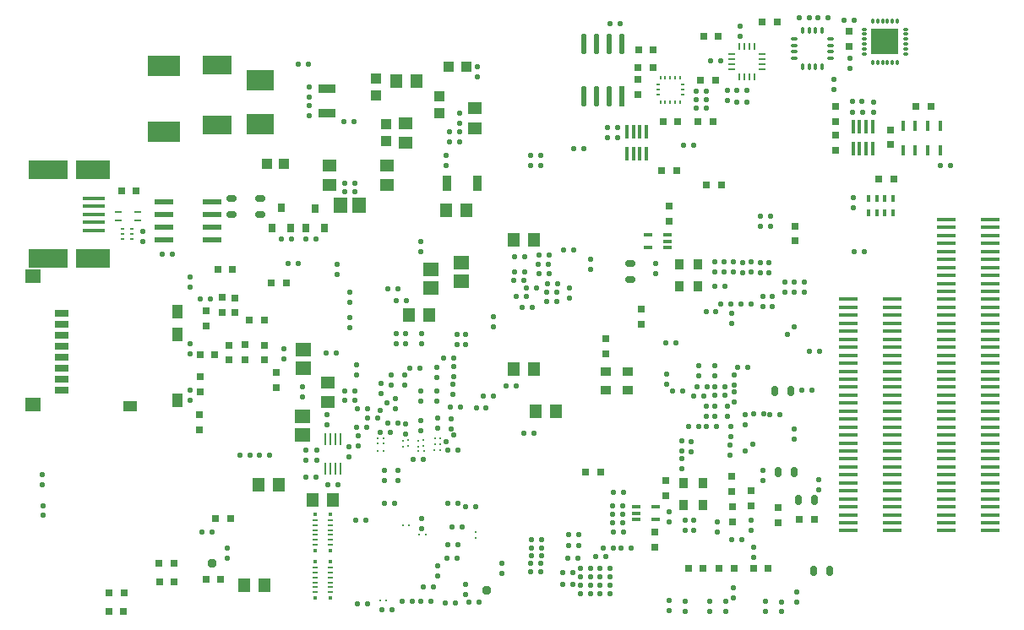
<source format=gbp>
G04 Layer_Color=128*
%FSLAX43Y43*%
%MOMM*%
G71*
G01*
G75*
%ADD205R,0.740X0.740*%
%ADD206R,0.740X0.740*%
%ADD207R,1.337X1.489*%
%ADD209R,0.956X0.346*%
%ADD215R,0.940X1.540*%
%ADD217R,1.032X0.981*%
%ADD218R,0.981X1.032*%
%ADD219R,1.286X1.464*%
%ADD220R,1.464X1.286*%
%ADD223R,1.740X0.940*%
%ADD235R,3.440X1.940*%
%ADD236R,2.240X0.440*%
%ADD237R,3.940X1.940*%
%ADD238R,0.690X0.290*%
%ADD241R,2.940X1.940*%
%ADD249R,0.940X1.140*%
%ADD258R,0.488X0.234*%
%ADD259R,0.448X0.346*%
%ADD271R,0.448X0.245*%
%ADD408C,0.575*%
%ADD409R,1.489X1.337*%
%ADD410C,0.956*%
%ADD411R,0.727X0.829*%
%ADD412O,0.740X1.040*%
%ADD413O,1.040X0.740*%
%ADD414R,0.240X0.240*%
%ADD415R,0.240X0.240*%
%ADD416R,0.390X1.340*%
%ADD417R,0.390X1.340*%
%ADD418R,0.390X1.340*%
%ADD419R,1.140X0.940*%
%ADD420R,0.390X0.740*%
%ADD421R,1.940X0.440*%
%ADD422O,0.290X0.790*%
%ADD423O,0.790X0.290*%
%ADD424R,0.290X0.390*%
%ADD425R,0.390X0.290*%
%ADD426O,0.240X0.790*%
%ADD427O,0.790X0.240*%
%ADD428R,1.440X0.740*%
%ADD429R,1.640X1.340*%
%ADD430R,1.090X1.440*%
%ADD431R,1.440X1.090*%
%ADD432R,0.440X1.140*%
%ADD433O,0.270X0.640*%
%ADD434O,0.640X0.270*%
%ADD435R,2.740X2.540*%
%ADD436R,2.740X2.140*%
%ADD437R,3.340X2.140*%
%ADD438O,0.550X2.124*%
%ADD439R,0.550X2.124*%
%ADD440R,1.940X0.540*%
%ADD441R,0.234X1.250*%
D205*
X181521Y152284D02*
D03*
Y153784D02*
D03*
X182893Y161342D02*
D03*
Y159842D02*
D03*
X120764Y129872D02*
D03*
Y128372D02*
D03*
X124270Y128358D02*
D03*
Y129857D02*
D03*
X118453Y133299D02*
D03*
Y131799D02*
D03*
X122377Y129896D02*
D03*
Y128396D02*
D03*
X164541Y116294D02*
D03*
Y114794D02*
D03*
X117805Y122885D02*
D03*
Y121385D02*
D03*
X164846Y142291D02*
D03*
Y143791D02*
D03*
X162065Y131966D02*
D03*
Y133466D02*
D03*
X163424Y109626D02*
D03*
Y111126D02*
D03*
X181496Y149415D02*
D03*
Y150915D02*
D03*
X171171Y112166D02*
D03*
Y113666D02*
D03*
X175781Y112065D02*
D03*
Y113565D02*
D03*
X171094Y116675D02*
D03*
Y115175D02*
D03*
X158521Y129007D02*
D03*
Y130507D02*
D03*
X177457Y140310D02*
D03*
Y141810D02*
D03*
X121374Y134607D02*
D03*
Y133107D02*
D03*
X187008Y151460D02*
D03*
Y149960D02*
D03*
X117843Y126709D02*
D03*
Y125209D02*
D03*
X161684Y156503D02*
D03*
Y155003D02*
D03*
X173050Y113765D02*
D03*
Y115265D02*
D03*
X125451Y127114D02*
D03*
Y125614D02*
D03*
X120040Y134620D02*
D03*
Y133120D02*
D03*
D206*
X113727Y107975D02*
D03*
X115227D02*
D03*
X115279Y106147D02*
D03*
X113779D02*
D03*
X110199Y103175D02*
D03*
X108699D02*
D03*
X175693Y162230D02*
D03*
X174193D02*
D03*
X109955Y145364D02*
D03*
X111455D02*
D03*
X119331Y128892D02*
D03*
X117831D02*
D03*
X126481Y136119D02*
D03*
X124981D02*
D03*
X168275Y107493D02*
D03*
X166775D02*
D03*
X119939Y106350D02*
D03*
X118439D02*
D03*
X165633Y147333D02*
D03*
X164133D02*
D03*
X169800Y160797D02*
D03*
X168300D02*
D03*
X164238Y152237D02*
D03*
X165738D02*
D03*
X156464Y117107D02*
D03*
X157964D02*
D03*
X170066Y145898D02*
D03*
X168566D02*
D03*
X179387Y112395D02*
D03*
X177887D02*
D03*
X189573Y153835D02*
D03*
X191073D02*
D03*
X167743Y152237D02*
D03*
X169243D02*
D03*
X187389Y146482D02*
D03*
X185889D02*
D03*
X169532Y156413D02*
D03*
X168032D02*
D03*
X163220Y157671D02*
D03*
X161720D02*
D03*
X119607Y137490D02*
D03*
X121107D02*
D03*
X163273Y159474D02*
D03*
X161773D02*
D03*
X120893Y112509D02*
D03*
X119393D02*
D03*
X124308Y132397D02*
D03*
X122808D02*
D03*
X169837Y107480D02*
D03*
X171337D02*
D03*
X173304Y107480D02*
D03*
X174804D02*
D03*
X108711Y104991D02*
D03*
X110211D02*
D03*
D207*
X133792Y143904D02*
D03*
X131892D02*
D03*
D209*
X163472Y112355D02*
D03*
X161572Y113655D02*
D03*
Y112355D02*
D03*
Y113005D02*
D03*
X163472Y113655D02*
D03*
X162753Y139622D02*
D03*
X164653Y140271D02*
D03*
Y140921D02*
D03*
Y139622D02*
D03*
X162753Y140921D02*
D03*
D215*
X145608Y146113D02*
D03*
X142608D02*
D03*
D217*
X126288Y148044D02*
D03*
X124588D02*
D03*
X144500Y157747D02*
D03*
X142800D02*
D03*
D218*
X141834Y154837D02*
D03*
Y153138D02*
D03*
X135510Y154918D02*
D03*
Y156618D02*
D03*
X136501Y152005D02*
D03*
Y150305D02*
D03*
D219*
X129127Y114379D02*
D03*
X131127D02*
D03*
X124292Y105816D02*
D03*
X122292D02*
D03*
X139532Y156375D02*
D03*
X137532D02*
D03*
X138804Y132870D02*
D03*
X140804D02*
D03*
X125701Y115862D02*
D03*
X123701D02*
D03*
X144497Y143421D02*
D03*
X142497D02*
D03*
X151514Y123266D02*
D03*
X153514D02*
D03*
X149317Y140449D02*
D03*
X151317D02*
D03*
X149295Y127434D02*
D03*
X151295D02*
D03*
D220*
X130811Y147878D02*
D03*
Y145878D02*
D03*
X138431Y150129D02*
D03*
Y152129D02*
D03*
X136552Y147888D02*
D03*
Y145888D02*
D03*
X130660Y124123D02*
D03*
Y126123D02*
D03*
X145416Y153628D02*
D03*
Y151628D02*
D03*
D223*
X130569Y155580D02*
D03*
Y153080D02*
D03*
D235*
X107102Y147427D02*
D03*
Y138527D02*
D03*
D236*
X107202Y144577D02*
D03*
Y143777D02*
D03*
Y142977D02*
D03*
Y142177D02*
D03*
Y141377D02*
D03*
D237*
X102600Y138527D02*
D03*
Y147427D02*
D03*
D238*
X109642Y142361D02*
D03*
Y143211D02*
D03*
X111592Y142361D02*
D03*
Y143211D02*
D03*
D241*
X119583Y151956D02*
D03*
Y157956D02*
D03*
D249*
X168206Y113843D02*
D03*
Y116043D02*
D03*
X166307D02*
D03*
Y113843D02*
D03*
X167767Y137960D02*
D03*
Y135760D02*
D03*
X165867D02*
D03*
Y137960D02*
D03*
D258*
X130877Y110828D02*
D03*
Y109828D02*
D03*
Y111828D02*
D03*
Y111327D02*
D03*
Y110327D02*
D03*
Y112327D02*
D03*
X129377D02*
D03*
Y111828D02*
D03*
Y111327D02*
D03*
Y110828D02*
D03*
Y110327D02*
D03*
Y109828D02*
D03*
X130877Y106078D02*
D03*
Y105078D02*
D03*
Y107078D02*
D03*
Y106578D02*
D03*
Y105578D02*
D03*
Y107578D02*
D03*
X129377D02*
D03*
Y107078D02*
D03*
Y106578D02*
D03*
Y106078D02*
D03*
Y105578D02*
D03*
Y105078D02*
D03*
D259*
X130877Y109247D02*
D03*
Y112908D02*
D03*
X129377D02*
D03*
Y109247D02*
D03*
X130877Y104498D02*
D03*
Y108158D02*
D03*
X129377D02*
D03*
Y104498D02*
D03*
D271*
X110102Y141521D02*
D03*
X110980Y141021D02*
D03*
Y141521D02*
D03*
X110102Y141021D02*
D03*
Y140521D02*
D03*
X110980D02*
D03*
D408*
X116827Y135636D02*
D03*
Y136652D02*
D03*
X134607Y122555D02*
D03*
X135623D02*
D03*
X134569Y121603D02*
D03*
X133553D02*
D03*
X132842Y131623D02*
D03*
Y132639D02*
D03*
X170663Y123723D02*
D03*
Y122707D02*
D03*
X171374Y124143D02*
D03*
Y125159D02*
D03*
X169413Y135788D02*
D03*
X170413D02*
D03*
X166332Y149936D02*
D03*
X167348D02*
D03*
X179857Y115349D02*
D03*
Y116349D02*
D03*
X164630Y125959D02*
D03*
Y126975D02*
D03*
X163512Y136995D02*
D03*
Y138011D02*
D03*
X174219Y134726D02*
D03*
Y133726D02*
D03*
X175158Y134714D02*
D03*
Y133714D02*
D03*
X176441Y136174D02*
D03*
Y135174D02*
D03*
X177381Y136174D02*
D03*
Y135174D02*
D03*
X169431Y137181D02*
D03*
Y138181D02*
D03*
X171272Y137181D02*
D03*
Y138181D02*
D03*
X170320Y137181D02*
D03*
Y138181D02*
D03*
X173063Y137181D02*
D03*
Y138181D02*
D03*
X173965Y137143D02*
D03*
Y138143D02*
D03*
X174854Y137143D02*
D03*
Y138143D02*
D03*
X126987Y140487D02*
D03*
X125971D02*
D03*
X177660Y104123D02*
D03*
Y105123D02*
D03*
X175031Y142799D02*
D03*
Y141783D02*
D03*
X173990Y141808D02*
D03*
Y142824D02*
D03*
X193027Y147891D02*
D03*
X192011D02*
D03*
X102070Y116845D02*
D03*
Y115845D02*
D03*
X182956Y158598D02*
D03*
Y157582D02*
D03*
X181394Y155486D02*
D03*
Y156502D02*
D03*
X169024Y158407D02*
D03*
X170040D02*
D03*
X151981Y148908D02*
D03*
X150965D02*
D03*
X152006Y147891D02*
D03*
X150990D02*
D03*
X178930Y162687D02*
D03*
X177914D02*
D03*
X150114Y133680D02*
D03*
X151130D02*
D03*
X152788Y137973D02*
D03*
X151772D02*
D03*
X150571Y135585D02*
D03*
X151587D02*
D03*
X153695Y136017D02*
D03*
X152679D02*
D03*
X152844Y137033D02*
D03*
X151829D02*
D03*
X153619Y135166D02*
D03*
X152603D02*
D03*
X152806Y138925D02*
D03*
X151790D02*
D03*
X150355Y138747D02*
D03*
X149339D02*
D03*
X150546Y134734D02*
D03*
X149530D02*
D03*
X118859Y134506D02*
D03*
X117843D02*
D03*
X126213Y128499D02*
D03*
Y129515D02*
D03*
X102083Y112784D02*
D03*
Y113784D02*
D03*
X155329Y149593D02*
D03*
X156329D02*
D03*
X133566Y126873D02*
D03*
Y127889D02*
D03*
X137655Y122072D02*
D03*
X136639D02*
D03*
X144453Y130939D02*
D03*
Y129923D02*
D03*
X143640Y130939D02*
D03*
Y129923D02*
D03*
X132362Y125250D02*
D03*
X133378D02*
D03*
X133629Y123444D02*
D03*
X134645D02*
D03*
X168648Y125679D02*
D03*
X167648D02*
D03*
X172479Y121877D02*
D03*
Y122877D02*
D03*
X143842Y153126D02*
D03*
Y152110D02*
D03*
X172519Y119242D02*
D03*
X173226Y119949D02*
D03*
X169443Y127800D02*
D03*
Y126784D02*
D03*
X138484Y130990D02*
D03*
Y129974D02*
D03*
X133667Y119748D02*
D03*
Y120764D02*
D03*
X142268Y128527D02*
D03*
X143284D02*
D03*
X132362Y124361D02*
D03*
X133378D02*
D03*
X147218Y132690D02*
D03*
Y131674D02*
D03*
X159720Y151676D02*
D03*
X158720D02*
D03*
X167526Y155283D02*
D03*
X168542D02*
D03*
X167526Y153607D02*
D03*
X168542D02*
D03*
X137544Y130990D02*
D03*
Y129974D02*
D03*
X115062Y138976D02*
D03*
X114046D02*
D03*
X131534Y129083D02*
D03*
X130518D02*
D03*
X139141Y104165D02*
D03*
X138125D02*
D03*
X143652Y109832D02*
D03*
X142637D02*
D03*
X143612Y108496D02*
D03*
X142596D02*
D03*
X129464Y140525D02*
D03*
X128448D02*
D03*
X159906Y162077D02*
D03*
X158890D02*
D03*
X142494Y148844D02*
D03*
Y147828D02*
D03*
X139954Y139217D02*
D03*
Y140233D02*
D03*
X145670Y157749D02*
D03*
Y156733D02*
D03*
X142876Y151282D02*
D03*
Y150266D02*
D03*
X128448Y119329D02*
D03*
Y118313D02*
D03*
X159207Y112941D02*
D03*
X160223D02*
D03*
X155727Y108471D02*
D03*
X154711D02*
D03*
X152057Y109550D02*
D03*
X151041D02*
D03*
X152006Y108001D02*
D03*
X150990D02*
D03*
X159207Y113767D02*
D03*
X160223D02*
D03*
X152057Y110363D02*
D03*
X151041D02*
D03*
X152057Y108763D02*
D03*
X151041D02*
D03*
X152019Y107150D02*
D03*
X151003D02*
D03*
X159220Y112052D02*
D03*
X160236D02*
D03*
X159233Y111163D02*
D03*
X160249D02*
D03*
X157937Y107518D02*
D03*
X158953D02*
D03*
X157937Y105829D02*
D03*
X158953D02*
D03*
X160071Y109525D02*
D03*
X161087D02*
D03*
X155766Y110871D02*
D03*
X154749D02*
D03*
X157924Y106642D02*
D03*
X158941D02*
D03*
X157937Y104978D02*
D03*
X158953D02*
D03*
X131585Y136919D02*
D03*
Y137935D02*
D03*
X132372Y145263D02*
D03*
X133388D02*
D03*
X132372Y146126D02*
D03*
X133388D02*
D03*
X155778Y109791D02*
D03*
X154762D02*
D03*
X155994Y107518D02*
D03*
X157010D02*
D03*
X155981Y105829D02*
D03*
X156997D02*
D03*
X158229Y109550D02*
D03*
X159245D02*
D03*
X157493Y108636D02*
D03*
X158509D02*
D03*
X155981Y106617D02*
D03*
X156997D02*
D03*
X155969Y104978D02*
D03*
X156985D02*
D03*
X124790Y118834D02*
D03*
X123774D02*
D03*
X121869Y118821D02*
D03*
X122885D02*
D03*
X132779Y119659D02*
D03*
Y118643D02*
D03*
X130630Y115903D02*
D03*
X131646D02*
D03*
X129527Y119329D02*
D03*
Y118313D02*
D03*
X178117Y125311D02*
D03*
X179133D02*
D03*
X183245Y153228D02*
D03*
X184245D02*
D03*
X164498Y130086D02*
D03*
X165498D02*
D03*
X179926Y129273D02*
D03*
X178926D02*
D03*
X177406Y121467D02*
D03*
Y120467D02*
D03*
X166154Y120236D02*
D03*
Y119236D02*
D03*
X167831Y127787D02*
D03*
Y126771D02*
D03*
X167335Y112281D02*
D03*
Y111265D02*
D03*
X168567Y122733D02*
D03*
Y123749D02*
D03*
X169431Y123761D02*
D03*
Y122745D02*
D03*
X171285Y105575D02*
D03*
Y104559D02*
D03*
X183418Y162446D02*
D03*
X182418D02*
D03*
X128689Y158051D02*
D03*
X127673D02*
D03*
X142646Y119367D02*
D03*
X143662D02*
D03*
X170993Y119855D02*
D03*
Y118855D02*
D03*
X171663Y154203D02*
D03*
X172663D02*
D03*
X166797Y121666D02*
D03*
X167797D02*
D03*
X168923Y103200D02*
D03*
Y104216D02*
D03*
X174244Y116276D02*
D03*
Y117276D02*
D03*
X172199Y137143D02*
D03*
Y138143D02*
D03*
X179781Y162662D02*
D03*
X180797D02*
D03*
X112103Y141300D02*
D03*
Y140284D02*
D03*
X154153Y105842D02*
D03*
X155169D02*
D03*
X141659Y106683D02*
D03*
Y107699D02*
D03*
X142392Y104038D02*
D03*
X143408D02*
D03*
X133629Y103937D02*
D03*
X134645D02*
D03*
X140973Y104168D02*
D03*
X139957D02*
D03*
X144475Y105880D02*
D03*
Y104864D02*
D03*
X143726Y113970D02*
D03*
X142710D02*
D03*
X145809Y104102D02*
D03*
X144793D02*
D03*
X143066Y111620D02*
D03*
X144081D02*
D03*
X133429Y112296D02*
D03*
X134445D02*
D03*
X136096Y103355D02*
D03*
X137112D02*
D03*
X140211Y118367D02*
D03*
X139195D02*
D03*
X140231Y105616D02*
D03*
X141247D02*
D03*
X132829Y135141D02*
D03*
Y134125D02*
D03*
X116853Y124346D02*
D03*
Y125362D02*
D03*
X178422Y135204D02*
D03*
Y136220D02*
D03*
X135867Y121135D02*
D03*
X136883D02*
D03*
X143262Y120859D02*
D03*
X142544Y120141D02*
D03*
X141582Y127637D02*
D03*
Y126621D02*
D03*
X132283Y152235D02*
D03*
X133299D02*
D03*
X135994Y126037D02*
D03*
Y125021D02*
D03*
X126683Y138062D02*
D03*
X127699D02*
D03*
X139840Y127559D02*
D03*
X138824D02*
D03*
X137530Y134290D02*
D03*
X138546D02*
D03*
X140043Y130990D02*
D03*
Y129974D02*
D03*
X136665Y135509D02*
D03*
X137681D02*
D03*
X141582Y124259D02*
D03*
Y125275D02*
D03*
X167356Y124777D02*
D03*
X168356D02*
D03*
X135889Y123316D02*
D03*
X136608Y124034D02*
D03*
X157023Y138455D02*
D03*
Y137439D02*
D03*
X185371Y153236D02*
D03*
Y154236D02*
D03*
X183194Y154320D02*
D03*
X184194D02*
D03*
X168626Y121666D02*
D03*
X169626D02*
D03*
X140058Y111458D02*
D03*
Y112474D02*
D03*
X142979Y121440D02*
D03*
Y122456D02*
D03*
X141684Y121541D02*
D03*
Y122558D02*
D03*
X136969Y125857D02*
D03*
Y126873D02*
D03*
X171361Y126878D02*
D03*
Y125878D02*
D03*
X158709Y150688D02*
D03*
X159709D02*
D03*
X136360Y116307D02*
D03*
Y117323D02*
D03*
X148120Y108013D02*
D03*
Y106997D02*
D03*
X147221Y124767D02*
D03*
X146205D02*
D03*
X166235Y125222D02*
D03*
X165235D02*
D03*
X171018Y121709D02*
D03*
Y120709D02*
D03*
X171061Y133947D02*
D03*
X170061D02*
D03*
X169550Y133248D02*
D03*
X168550D02*
D03*
X143145Y125910D02*
D03*
Y124894D02*
D03*
X139995Y121313D02*
D03*
Y122329D02*
D03*
X140008Y124285D02*
D03*
Y125301D02*
D03*
X138407Y121923D02*
D03*
Y120907D02*
D03*
X130569Y122860D02*
D03*
Y121844D02*
D03*
X128486Y116599D02*
D03*
X129502D02*
D03*
X170439Y125666D02*
D03*
X169439D02*
D03*
X143233Y127688D02*
D03*
Y126672D02*
D03*
X143842Y151272D02*
D03*
Y150256D02*
D03*
X173342Y109593D02*
D03*
Y108593D02*
D03*
X167068Y120185D02*
D03*
Y119185D02*
D03*
X137300Y114021D02*
D03*
X136284D02*
D03*
X177430Y131659D02*
D03*
X176723Y130952D02*
D03*
X169413Y124803D02*
D03*
X170413D02*
D03*
X172737Y127660D02*
D03*
X171737D02*
D03*
X138331Y125859D02*
D03*
Y126876D02*
D03*
X144453Y113642D02*
D03*
X145469D02*
D03*
X137442Y124513D02*
D03*
Y123497D02*
D03*
X142903Y123624D02*
D03*
X143919D02*
D03*
X150254Y121069D02*
D03*
X151270D02*
D03*
X168556Y154498D02*
D03*
X167540D02*
D03*
X150330Y136360D02*
D03*
X149314D02*
D03*
X154851Y134569D02*
D03*
Y135585D02*
D03*
X153632Y134239D02*
D03*
X152616D02*
D03*
X154267Y139370D02*
D03*
X155283D02*
D03*
X149339Y137173D02*
D03*
X150355D02*
D03*
X183434Y139230D02*
D03*
X184434D02*
D03*
X183286Y143620D02*
D03*
Y144620D02*
D03*
X175951Y122923D02*
D03*
X174951D02*
D03*
X173299Y122936D02*
D03*
X174299D02*
D03*
X171959Y161805D02*
D03*
Y160805D02*
D03*
X172663Y155438D02*
D03*
X171663D02*
D03*
X166129Y118483D02*
D03*
Y117483D02*
D03*
X128816Y154749D02*
D03*
Y155766D02*
D03*
Y153886D02*
D03*
Y152870D02*
D03*
X154153Y107061D02*
D03*
X155169D02*
D03*
X120612Y109487D02*
D03*
Y108471D02*
D03*
X137719Y116319D02*
D03*
Y117335D02*
D03*
X148527Y125781D02*
D03*
X149542D02*
D03*
X166497Y112273D02*
D03*
Y111273D02*
D03*
X169685Y111125D02*
D03*
Y112141D02*
D03*
X174485Y103157D02*
D03*
Y104157D02*
D03*
X164859Y103246D02*
D03*
Y104246D02*
D03*
X173063Y112285D02*
D03*
Y111285D02*
D03*
X166472Y103183D02*
D03*
Y104183D02*
D03*
X176111Y103132D02*
D03*
Y104132D02*
D03*
X172166Y110350D02*
D03*
X171166D02*
D03*
X170497Y104178D02*
D03*
Y103162D02*
D03*
X171082Y133025D02*
D03*
Y132025D02*
D03*
X164871Y113182D02*
D03*
Y112166D02*
D03*
X160274Y115075D02*
D03*
X159258D02*
D03*
X116878Y128969D02*
D03*
Y129984D02*
D03*
X119062Y111100D02*
D03*
X118047D02*
D03*
X173029Y133960D02*
D03*
X172029D02*
D03*
X128118Y125666D02*
D03*
Y124650D02*
D03*
X146507Y123571D02*
D03*
X145567Y123546D02*
D03*
X170675Y154356D02*
D03*
Y155372D02*
D03*
D409*
X128079Y120830D02*
D03*
Y122730D02*
D03*
X140970Y137462D02*
D03*
Y135562D02*
D03*
X144021Y138163D02*
D03*
Y136263D02*
D03*
X128206Y129436D02*
D03*
Y127536D02*
D03*
D410*
X119037Y107975D02*
D03*
X146584Y105262D02*
D03*
D411*
X128422Y141580D02*
D03*
X130302D02*
D03*
X129362Y143586D02*
D03*
X125070Y141630D02*
D03*
X126949D02*
D03*
X126009Y143637D02*
D03*
D412*
X177826Y114338D02*
D03*
X179426D02*
D03*
X175768Y117107D02*
D03*
X177368D02*
D03*
X179311Y107213D02*
D03*
X180911D02*
D03*
X177051Y125260D02*
D03*
X175451D02*
D03*
D413*
X123876Y142977D02*
D03*
Y144577D02*
D03*
X160973Y138036D02*
D03*
Y136436D02*
D03*
X121018Y144564D02*
D03*
Y142964D02*
D03*
D414*
X138209Y111762D02*
D03*
X138809D02*
D03*
X140435Y110848D02*
D03*
X139835D02*
D03*
X136269Y119992D02*
D03*
X135669D02*
D03*
X139675Y119271D02*
D03*
X140275D02*
D03*
X136269Y119281D02*
D03*
X135669D02*
D03*
X136282Y120500D02*
D03*
X135682D02*
D03*
X141282Y119306D02*
D03*
X141882D02*
D03*
X136523Y104270D02*
D03*
X135923D02*
D03*
D415*
X145443Y111148D02*
D03*
Y110548D02*
D03*
X139677Y119705D02*
D03*
Y120305D02*
D03*
X141874Y119959D02*
D03*
Y120559D02*
D03*
X138179Y119705D02*
D03*
Y120305D02*
D03*
X138687Y119718D02*
D03*
Y120317D02*
D03*
X141405Y119959D02*
D03*
Y120559D02*
D03*
X140262Y119718D02*
D03*
Y120317D02*
D03*
D416*
X160621Y149080D02*
D03*
X161921D02*
D03*
X161271D02*
D03*
X162571D02*
D03*
X183278Y149563D02*
D03*
X184578D02*
D03*
X183928D02*
D03*
X185228D02*
D03*
D417*
X161271Y151280D02*
D03*
X162571D02*
D03*
X161921D02*
D03*
X183928Y151763D02*
D03*
X185228D02*
D03*
X184578D02*
D03*
D418*
X160621Y151280D02*
D03*
X183278Y151763D02*
D03*
D419*
X158509Y127216D02*
D03*
X160709D02*
D03*
Y125316D02*
D03*
X158509D02*
D03*
D420*
X187262Y143142D02*
D03*
X186462D02*
D03*
X185661D02*
D03*
X184861D02*
D03*
X187262Y144542D02*
D03*
X186462D02*
D03*
X185661D02*
D03*
X184861D02*
D03*
D421*
X196991Y142450D02*
D03*
Y140850D02*
D03*
Y140050D02*
D03*
Y139250D02*
D03*
Y138450D02*
D03*
Y137650D02*
D03*
Y136850D02*
D03*
Y136050D02*
D03*
Y135250D02*
D03*
Y134450D02*
D03*
Y133650D02*
D03*
Y132850D02*
D03*
Y132050D02*
D03*
Y131250D02*
D03*
Y130450D02*
D03*
Y129650D02*
D03*
Y128850D02*
D03*
Y128050D02*
D03*
Y127250D02*
D03*
Y126450D02*
D03*
Y125650D02*
D03*
Y124850D02*
D03*
Y124050D02*
D03*
Y123250D02*
D03*
Y122450D02*
D03*
Y121650D02*
D03*
Y120850D02*
D03*
Y120050D02*
D03*
Y119250D02*
D03*
Y118450D02*
D03*
Y117650D02*
D03*
Y116850D02*
D03*
Y116050D02*
D03*
Y115250D02*
D03*
Y114450D02*
D03*
Y113650D02*
D03*
Y112850D02*
D03*
Y112050D02*
D03*
Y111250D02*
D03*
X192591Y142450D02*
D03*
Y141650D02*
D03*
Y140850D02*
D03*
Y140050D02*
D03*
Y139250D02*
D03*
Y138450D02*
D03*
Y137650D02*
D03*
Y136850D02*
D03*
Y136050D02*
D03*
Y135250D02*
D03*
Y134450D02*
D03*
Y133650D02*
D03*
Y132850D02*
D03*
Y132050D02*
D03*
Y131250D02*
D03*
Y130450D02*
D03*
Y129650D02*
D03*
Y128850D02*
D03*
Y128050D02*
D03*
Y127250D02*
D03*
Y126450D02*
D03*
Y125650D02*
D03*
Y124850D02*
D03*
Y124050D02*
D03*
Y123250D02*
D03*
Y122450D02*
D03*
Y121650D02*
D03*
Y120850D02*
D03*
Y120050D02*
D03*
Y119250D02*
D03*
Y118450D02*
D03*
Y117650D02*
D03*
Y116850D02*
D03*
Y116050D02*
D03*
Y115250D02*
D03*
Y114450D02*
D03*
Y113650D02*
D03*
Y112850D02*
D03*
Y112050D02*
D03*
Y111250D02*
D03*
X196991Y141650D02*
D03*
X187200Y133650D02*
D03*
X182800Y111250D02*
D03*
Y112050D02*
D03*
Y112850D02*
D03*
Y113650D02*
D03*
Y114450D02*
D03*
Y115250D02*
D03*
Y116050D02*
D03*
Y116850D02*
D03*
Y117650D02*
D03*
Y118450D02*
D03*
Y119250D02*
D03*
Y120050D02*
D03*
Y120850D02*
D03*
Y121650D02*
D03*
Y122450D02*
D03*
Y123250D02*
D03*
Y124050D02*
D03*
Y124850D02*
D03*
Y125650D02*
D03*
Y126450D02*
D03*
Y127250D02*
D03*
Y128050D02*
D03*
Y128850D02*
D03*
Y129650D02*
D03*
Y130450D02*
D03*
Y131250D02*
D03*
Y132050D02*
D03*
Y132850D02*
D03*
Y133650D02*
D03*
Y134450D02*
D03*
X187200Y111250D02*
D03*
Y112050D02*
D03*
Y112850D02*
D03*
Y113650D02*
D03*
Y114450D02*
D03*
Y115250D02*
D03*
Y116050D02*
D03*
Y116850D02*
D03*
Y117650D02*
D03*
Y118450D02*
D03*
Y119250D02*
D03*
Y120050D02*
D03*
Y120850D02*
D03*
Y121650D02*
D03*
Y122450D02*
D03*
Y123250D02*
D03*
Y124050D02*
D03*
Y124850D02*
D03*
Y125650D02*
D03*
Y126450D02*
D03*
Y127250D02*
D03*
Y128050D02*
D03*
Y128850D02*
D03*
Y129650D02*
D03*
Y130450D02*
D03*
Y131250D02*
D03*
Y132050D02*
D03*
Y132850D02*
D03*
Y134450D02*
D03*
D422*
X180197Y161388D02*
D03*
X179547D02*
D03*
X178897D02*
D03*
X178247D02*
D03*
Y157788D02*
D03*
X178897D02*
D03*
X179547D02*
D03*
X180197D02*
D03*
D423*
X177422Y160563D02*
D03*
Y159913D02*
D03*
Y159263D02*
D03*
Y158613D02*
D03*
X181022D02*
D03*
Y159263D02*
D03*
Y159913D02*
D03*
Y160563D02*
D03*
D424*
X164475Y154213D02*
D03*
X163974D02*
D03*
X165474D02*
D03*
X165974Y156713D02*
D03*
X163974D02*
D03*
X165474D02*
D03*
X164974Y154213D02*
D03*
X164475Y156713D02*
D03*
X164974D02*
D03*
X165974Y154213D02*
D03*
D425*
X163724Y155963D02*
D03*
Y155463D02*
D03*
Y154963D02*
D03*
X166224Y155963D02*
D03*
Y154963D02*
D03*
Y155463D02*
D03*
D426*
X171895Y159782D02*
D03*
X172395D02*
D03*
X172895D02*
D03*
X173395D02*
D03*
Y156732D02*
D03*
X172895D02*
D03*
X172395D02*
D03*
X171895D02*
D03*
D427*
X174170Y159007D02*
D03*
Y158507D02*
D03*
Y158007D02*
D03*
Y157507D02*
D03*
X171120D02*
D03*
Y158007D02*
D03*
Y158507D02*
D03*
Y159007D02*
D03*
D428*
X103966Y133053D02*
D03*
Y131953D02*
D03*
Y129753D02*
D03*
Y130853D02*
D03*
Y126453D02*
D03*
Y125353D02*
D03*
Y127553D02*
D03*
Y128653D02*
D03*
D429*
X101066Y123903D02*
D03*
Y136803D02*
D03*
D430*
X115541Y133253D02*
D03*
Y130953D02*
D03*
Y124353D02*
D03*
D431*
X110816Y123778D02*
D03*
D432*
X188269Y151859D02*
D03*
X189519D02*
D03*
X190769D02*
D03*
X192019D02*
D03*
Y149359D02*
D03*
X190769D02*
D03*
X189519D02*
D03*
X188269D02*
D03*
D433*
X187737Y158212D02*
D03*
X187237D02*
D03*
X186737D02*
D03*
X186237D02*
D03*
X185737D02*
D03*
X185237D02*
D03*
Y162362D02*
D03*
X185737D02*
D03*
X186237D02*
D03*
X186737D02*
D03*
X187237D02*
D03*
X187737D02*
D03*
D434*
X184412Y159037D02*
D03*
Y159537D02*
D03*
Y160037D02*
D03*
Y160537D02*
D03*
Y161037D02*
D03*
Y161537D02*
D03*
X188562D02*
D03*
Y161037D02*
D03*
Y160537D02*
D03*
Y160037D02*
D03*
Y159537D02*
D03*
Y159037D02*
D03*
D435*
X186487Y160287D02*
D03*
D436*
X123863Y156451D02*
D03*
Y152051D02*
D03*
D437*
X114251Y157851D02*
D03*
Y151251D02*
D03*
D438*
X156286Y154826D02*
D03*
X157556D02*
D03*
X158826D02*
D03*
Y160033D02*
D03*
X160096D02*
D03*
X157556D02*
D03*
X156286D02*
D03*
D439*
X160096Y154826D02*
D03*
D440*
X119050Y144247D02*
D03*
Y141707D02*
D03*
Y142977D02*
D03*
X114249D02*
D03*
Y144247D02*
D03*
Y141707D02*
D03*
X119050Y140437D02*
D03*
X114249D02*
D03*
D441*
X130389Y117452D02*
D03*
X131887D02*
D03*
X131387D02*
D03*
X131887Y120398D02*
D03*
X130389D02*
D03*
X130889Y117452D02*
D03*
X131387Y120398D02*
D03*
X130889D02*
D03*
M02*

</source>
